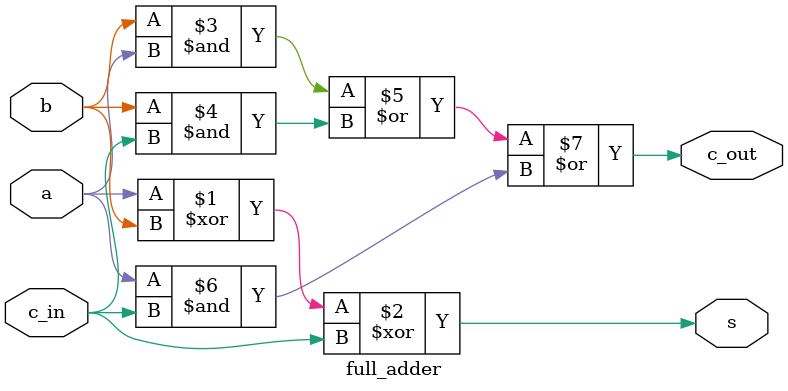
<source format=v>
module full_adder(
  input a, b, c_in,
  output s, c_out
  );

assign s = (a ^ b ^ c_in);
assign c_out = b & a | b & c_in  | a & c_in;

endmodule


</source>
